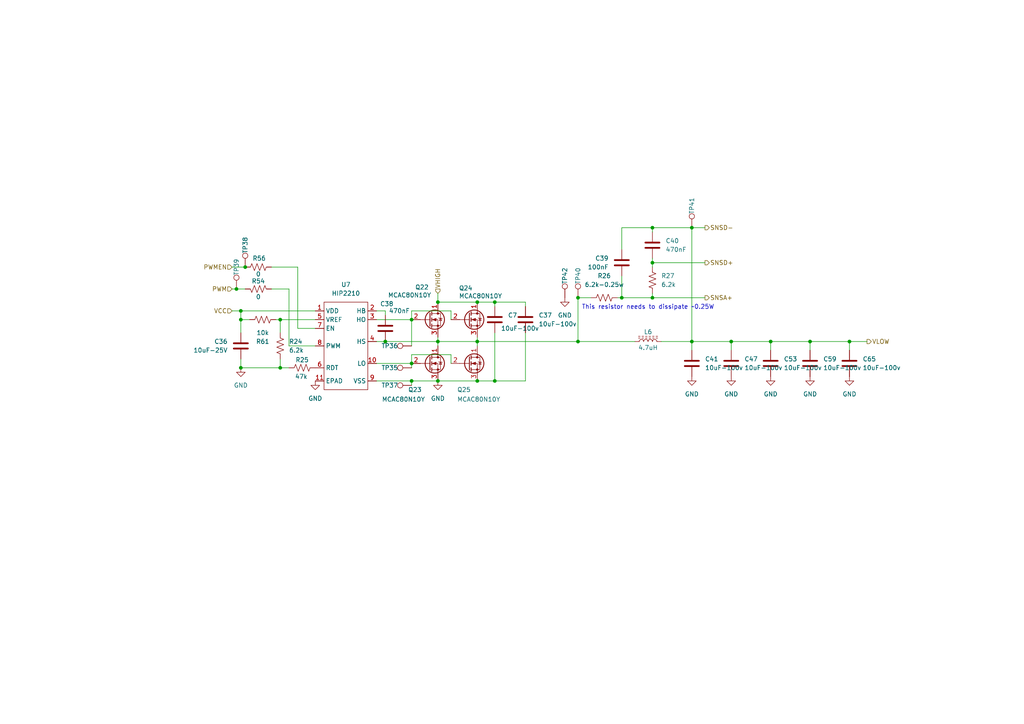
<source format=kicad_sch>
(kicad_sch (version 20231120) (generator "eeschema") (generator_version "8.0")
  (paper "A4")
  (lib_symbols
    (symbol "Connector:TestPoint" (pin_numbers hide) (pin_names (offset 0.762) hide)
      (property "Reference" "TP" (at 0 6.858 0))
      (property "Value" "TestPoint" (at 0 5.08 0))
      (symbol "TestPoint_0_1"
        (circle (center 0 3.302) (radius 0.762))
      )
      (symbol "TestPoint_1_1"
        (pin passive line (at 0 0 90) (length 2.54) (name "1") (number "1"))
      )
    )
    (symbol "Device:C" (pin_numbers hide) (pin_names (offset 0.254))
      (property "Reference" "C" (at 0.635 2.54 0))
      (property "Value" "C" (at 0.635 -2.54 0))
      (symbol "C_0_1"
        (polyline (pts (xy -2.032 -0.762) (xy 2.032 -0.762)) (stroke (width 0.508)))
        (polyline (pts (xy -2.032 0.762) (xy 2.032 0.762)) (stroke (width 0.508)))
      )
      (symbol "C_1_1"
        (pin passive line (at 0 3.81 270) (length 2.794) (name "~") (number "1"))
        (pin passive line (at 0 -3.81 90) (length 2.794) (name "~") (number "2"))
      )
    )
    (symbol "Device:L_Ferrite" (pin_numbers hide) (pin_names (offset 1.016) hide)
      (property "Reference" "L" (at -1.27 0 90))
      (property "Value" "L_Ferrite" (at 2.794 0 90))
      (symbol "L_Ferrite_0_1"
        (arc (start 0 -2.54) (mid 0.6323 -1.905) (end 0 -1.27))
        (arc (start 0 -1.27) (mid 0.6323 -0.635) (end 0 0))
        (polyline (pts (xy 1.016 -2.794) (xy 1.016 -2.286)))
        (polyline (pts (xy 1.016 -1.778) (xy 1.016 -1.27)))
        (polyline (pts (xy 1.016 -0.762) (xy 1.016 -0.254)))
        (polyline (pts (xy 1.016 0.254) (xy 1.016 0.762)))
        (polyline (pts (xy 1.016 1.27) (xy 1.016 1.778)))
        (polyline (pts (xy 1.016 2.286) (xy 1.016 2.794)))
        (polyline (pts (xy 1.524 -2.286) (xy 1.524 -2.794)))
        (polyline (pts (xy 1.524 -1.27) (xy 1.524 -1.778)))
        (polyline (pts (xy 1.524 -0.254) (xy 1.524 -0.762)))
        (polyline (pts (xy 1.524 0.762) (xy 1.524 0.254)))
        (polyline (pts (xy 1.524 1.778) (xy 1.524 1.27)))
        (polyline (pts (xy 1.524 2.794) (xy 1.524 2.286)))
        (arc (start 0 0) (mid 0.6323 0.635) (end 0 1.27))
        (arc (start 0 1.27) (mid 0.6323 1.905) (end 0 2.54))
      )
      (symbol "L_Ferrite_1_1"
        (pin passive line (at 0 3.81 270) (length 1.27) (name "1") (number "1"))
        (pin passive line (at 0 -3.81 90) (length 1.27) (name "2") (number "2"))
      )
    )
    (symbol "Device:R_US" (pin_numbers hide) (pin_names (offset 0))
      (property "Reference" "R" (at 2.54 0 90))
      (property "Value" "R_US" (at -2.54 0 90))
      (symbol "R_US_0_1"
        (polyline (pts (xy 0 -2.286) (xy 0 -2.54)))
        (polyline (pts (xy 0 2.286) (xy 0 2.54)))
        (polyline (pts (xy 0 -0.762) (xy 1.016 -1.143) (xy 0 -1.524) (xy -1.016 -1.905) (xy 0 -2.286)))
        (polyline (pts (xy 0 0.762) (xy 1.016 0.381) (xy 0 0) (xy -1.016 -0.381) (xy 0 -0.762)))
        (polyline (pts (xy 0 2.286) (xy 1.016 1.905) (xy 0 1.524) (xy -1.016 1.143) (xy 0 0.762)))
      )
      (symbol "R_US_1_1"
        (pin passive line (at 0 3.81 270) (length 1.27) (name "~") (number "1"))
        (pin passive line (at 0 -3.81 90) (length 1.27) (name "~") (number "2"))
      )
    )
    (symbol "GateDrivers:HIP2210"
      (property "Reference" "U?" (at -5.588 12.7 0))
      (property "Value" "HIP2210" (at 2.54 12.446 0))
      (symbol "HIP2210_0_1"
        (rectangle (start -6.35 11.43) (end 6.35 -13.97))
      )
      (symbol "HIP2210_1_1"
        (pin power_in line (at -8.89 8.89 0) (length 2.54) (name "VDD") (number "1"))
        (pin output line (at 8.89 -6.35 180) (length 2.54) (name "LO") (number "10"))
        (pin passive line (at -8.89 -11.43 0) (length 2.54) (name "EPAD") (number "11"))
        (pin output line (at 8.89 8.89 180) (length 2.54) (name "HB") (number "2"))
        (pin output line (at 8.89 6.35 180) (length 2.54) (name "HO") (number "3"))
        (pin input line (at 8.89 0 180) (length 2.54) (name "HS") (number "4"))
        (pin power_in line (at -8.89 6.35 0) (length 2.54) (name "VREF") (number "5"))
        (pin input line (at -8.89 -7.62 0) (length 2.54) (name "RDT") (number "6"))
        (pin input line (at -8.89 3.81 0) (length 2.54) (name "EN") (number "7"))
        (pin input line (at -8.89 -1.27 0) (length 2.54) (name "PWM") (number "8"))
        (pin input line (at 8.89 -11.43 180) (length 2.54) (name "VSS") (number "9"))
      )
    )
    (symbol "ProjectMosfets:MCAC80N10Y" (pin_names (offset 0) hide)
      (property "Reference" "Q" (at 5.08 1.27 0))
      (property "Value" "MCAC80N10Y" (at 5.08 -1.27 0))
      (symbol "MCAC80N10Y_0_1"
        (polyline (pts (xy 0.254 0) (xy -2.54 0)))
        (polyline (pts (xy 0.254 1.905) (xy 0.254 -1.905)) (stroke (width 0.254)))
        (polyline (pts (xy 0.762 -1.27) (xy 0.762 -2.286)) (stroke (width 0.254)))
        (polyline (pts (xy 0.762 0.508) (xy 0.762 -0.508)) (stroke (width 0.254)))
        (polyline (pts (xy 0.762 2.286) (xy 0.762 1.27)) (stroke (width 0.254)))
        (polyline (pts (xy 2.54 2.54) (xy 2.54 1.778)))
        (polyline (pts (xy 2.54 -2.54) (xy 2.54 0) (xy 0.762 0)))
        (polyline (pts (xy 0.762 -1.778) (xy 3.302 -1.778) (xy 3.302 1.778) (xy 0.762 1.778)))
        (polyline (pts (xy 1.016 0) (xy 2.032 0.381) (xy 2.032 -0.381) (xy 1.016 0)) (fill (type outline)))
        (polyline (pts (xy 2.794 0.508) (xy 2.921 0.381) (xy 3.683 0.381) (xy 3.81 0.254)))
        (polyline (pts (xy 3.302 0.381) (xy 2.921 -0.254) (xy 3.683 -0.254) (xy 3.302 0.381)))
        (circle (center 1.651 0) (radius 2.794) (stroke (width 0.254)))
        (circle (center 2.54 -1.778) (radius 0.254) (fill (type outline)))
        (circle (center 2.54 1.778) (radius 0.254) (fill (type outline)))
      )
      (symbol "MCAC80N10Y_1_1"
        (pin passive line (at 2.54 5.08 270) (length 2.54) (name "D") (number "1"))
        (pin input line (at -5.08 0 0) (length 2.54) (name "G") (number "2"))
        (pin passive line (at 2.54 -5.08 90) (length 2.54) (name "S") (number "3"))
      )
    )
    (symbol "power:GND" (power) (pin_names (offset 0))
      (property "Value" "GND" (at 0 -3.81 0))
      (symbol "GND_0_1"
        (polyline (pts (xy 0 0) (xy 0 -1.27) (xy 1.27 -1.27) (xy 0 -2.54) (xy -1.27 -1.27) (xy 0 -1.27)))
      )
      (symbol "GND_1_1"
        (pin power_in line (at 0 0 270) (length 0) hide (name "GND") (number "1"))
      )
    )
  )
  (junction (at 138.43 99.06))
  (junction (at 69.85 106.68))
  (junction (at 143.51 87.63))
  (junction (at 119.38 92.71))
  (junction (at 138.43 110.49))
  (junction (at 127 99.06))
  (junction (at 180.34 86.36))
  (junction (at 68.58 83.82))
  (junction (at 69.85 92.71))
  (junction (at 223.52 99.06))
  (junction (at 119.38 110.49))
  (junction (at 81.28 92.71))
  (junction (at 81.28 106.68))
  (junction (at 138.43 87.63))
  (junction (at 111.76 99.06))
  (junction (at 143.51 110.49))
  (junction (at 69.85 90.17))
  (junction (at 189.23 66.04))
  (junction (at 71.12 77.47))
  (junction (at 167.64 99.06))
  (junction (at 200.66 66.04))
  (junction (at 167.64 86.36))
  (junction (at 127 87.63))
  (junction (at 234.95 99.06))
  (junction (at 189.23 86.36))
  (junction (at 127 110.49))
  (junction (at 212.09 99.06))
  (junction (at 119.38 105.41))
  (junction (at 246.38 99.06))
  (junction (at 200.66 99.06))
  (junction (at 189.23 76.2))
  (wire (pts (xy 69.85 90.17) (xy 91.44 90.17)))
  (wire (pts (xy 67.31 83.82) (xy 68.58 83.82)))
  (wire (pts (xy 143.51 110.49) (xy 138.43 110.49)))
  (wire (pts (xy 212.09 99.06) (xy 212.09 101.6)))
  (wire (pts (xy 200.66 66.04) (xy 200.66 99.06)))
  (wire (pts (xy 138.43 97.79) (xy 138.43 99.06)))
  (wire (pts (xy 86.36 95.25) (xy 86.36 77.47)))
  (wire (pts (xy 67.31 90.17) (xy 69.85 90.17)))
  (wire (pts (xy 246.38 99.06) (xy 251.46 99.06)))
  (wire (pts (xy 127 87.63) (xy 138.43 87.63)))
  (wire (pts (xy 189.23 66.04) (xy 189.23 67.31)))
  (wire (pts (xy 180.34 86.36) (xy 189.23 86.36)))
  (wire (pts (xy 111.76 99.06) (xy 127 99.06)))
  (wire (pts (xy 111.76 90.17) (xy 111.76 91.44)))
  (wire (pts (xy 80.01 92.71) (xy 81.28 92.71)))
  (wire (pts (xy 189.23 86.36) (xy 204.47 86.36)))
  (wire (pts (xy 223.52 99.06) (xy 223.52 101.6)))
  (wire (pts (xy 200.66 66.04) (xy 189.23 66.04)))
  (wire (pts (xy 119.38 110.49) (xy 119.38 111.76)))
  (wire (pts (xy 234.95 99.06) (xy 234.95 101.6)))
  (wire (pts (xy 143.51 87.63) (xy 138.43 87.63)))
  (wire (pts (xy 127 99.06) (xy 127 100.33)))
  (wire (pts (xy 119.38 105.41) (xy 119.38 106.68)))
  (wire (pts (xy 119.38 92.71) (xy 119.38 100.33)))
  (wire (pts (xy 127 110.49) (xy 138.43 110.49)))
  (wire (pts (xy 171.45 86.36) (xy 167.64 86.36)))
  (wire (pts (xy 109.22 99.06) (xy 111.76 99.06)))
  (wire (pts (xy 109.22 105.41) (xy 119.38 105.41)))
  (wire (pts (xy 138.43 99.06) (xy 167.64 99.06)))
  (wire (pts (xy 130.81 92.71) (xy 130.81 90.17)))
  (wire (pts (xy 223.52 99.06) (xy 234.95 99.06)))
  (wire (pts (xy 68.58 83.82) (xy 71.12 83.82)))
  (wire (pts (xy 246.38 99.06) (xy 246.38 101.6)))
  (wire (pts (xy 152.4 87.63) (xy 143.51 87.63)))
  (wire (pts (xy 130.81 105.41) (xy 130.81 102.87)))
  (wire (pts (xy 81.28 92.71) (xy 81.28 96.52)))
  (wire (pts (xy 119.38 110.49) (xy 127 110.49)))
  (wire (pts (xy 152.4 88.9) (xy 152.4 87.63)))
  (wire (pts (xy 130.81 90.17) (xy 119.38 90.17)))
  (wire (pts (xy 69.85 92.71) (xy 72.39 92.71)))
  (wire (pts (xy 81.28 106.68) (xy 83.82 106.68)))
  (wire (pts (xy 167.64 86.36) (xy 167.64 99.06)))
  (wire (pts (xy 91.44 95.25) (xy 86.36 95.25)))
  (wire (pts (xy 143.51 96.52) (xy 143.51 110.49)))
  (wire (pts (xy 69.85 104.14) (xy 69.85 106.68)))
  (wire (pts (xy 138.43 99.06) (xy 138.43 100.33)))
  (wire (pts (xy 127 97.79) (xy 127 99.06)))
  (wire (pts (xy 109.22 110.49) (xy 119.38 110.49)))
  (wire (pts (xy 180.34 80.01) (xy 180.34 86.36)))
  (wire (pts (xy 180.34 66.04) (xy 180.34 72.39)))
  (wire (pts (xy 69.85 106.68) (xy 81.28 106.68)))
  (wire (pts (xy 143.51 88.9) (xy 143.51 87.63)))
  (wire (pts (xy 200.66 99.06) (xy 200.66 101.6)))
  (wire (pts (xy 152.4 96.52) (xy 152.4 110.49)))
  (wire (pts (xy 69.85 92.71) (xy 69.85 96.52)))
  (wire (pts (xy 78.74 83.82) (xy 83.82 83.82)))
  (wire (pts (xy 189.23 66.04) (xy 180.34 66.04)))
  (wire (pts (xy 83.82 100.33) (xy 91.44 100.33)))
  (wire (pts (xy 127 85.09) (xy 127 87.63)))
  (wire (pts (xy 69.85 90.17) (xy 69.85 92.71)))
  (wire (pts (xy 167.64 99.06) (xy 184.15 99.06)))
  (wire (pts (xy 78.74 77.47) (xy 86.36 77.47)))
  (wire (pts (xy 189.23 85.09) (xy 189.23 86.36)))
  (wire (pts (xy 119.38 90.17) (xy 119.38 92.71)))
  (wire (pts (xy 234.95 99.06) (xy 246.38 99.06)))
  (wire (pts (xy 119.38 102.87) (xy 119.38 105.41)))
  (wire (pts (xy 200.66 99.06) (xy 212.09 99.06)))
  (wire (pts (xy 204.47 66.04) (xy 200.66 66.04)))
  (wire (pts (xy 191.77 99.06) (xy 200.66 99.06)))
  (wire (pts (xy 127 99.06) (xy 138.43 99.06)))
  (wire (pts (xy 189.23 76.2) (xy 189.23 77.47)))
  (wire (pts (xy 179.07 86.36) (xy 180.34 86.36)))
  (wire (pts (xy 189.23 76.2) (xy 204.47 76.2)))
  (wire (pts (xy 109.22 90.17) (xy 111.76 90.17)))
  (wire (pts (xy 81.28 104.14) (xy 81.28 106.68)))
  (wire (pts (xy 83.82 83.82) (xy 83.82 100.33)))
  (wire (pts (xy 81.28 92.71) (xy 91.44 92.71)))
  (wire (pts (xy 109.22 92.71) (xy 119.38 92.71)))
  (wire (pts (xy 212.09 99.06) (xy 223.52 99.06)))
  (wire (pts (xy 152.4 110.49) (xy 143.51 110.49)))
  (wire (pts (xy 67.31 77.47) (xy 71.12 77.47)))
  (wire (pts (xy 189.23 74.93) (xy 189.23 76.2)))
  (wire (pts (xy 130.81 102.87) (xy 119.38 102.87)))
  (text "This resistor needs to dissipate ~0.25W" (at 187.96 89.154 0) (effects (font (size 1.27 1.27))))
  (hierarchical_label "VCC" (shape input) (at 67.31 90.17 180))
  (hierarchical_label "PWM" (shape input) (at 67.31 83.82 180))
  (hierarchical_label "SNSA+" (shape output) (at 204.47 86.36 0))
  (hierarchical_label "SNSD-" (shape output) (at 204.47 66.04 0))
  (hierarchical_label "SNSD+" (shape output) (at 204.47 76.2 0))
  (hierarchical_label "PWMEN" (shape input) (at 67.31 77.47 180))
  (hierarchical_label "VLOW" (shape output) (at 251.46 99.06 0))
  (hierarchical_label "VHIGH" (shape input) (at 127 85.09 90))
  (symbol (lib_id "Device:R_US") (at 87.63 106.68 90) (unit 1)
    (property "Reference" "R25" (at 87.63 104.394 90))
    (property "Value" "47k" (at 87.376 109.22 90))
    (property "Footprint" "Resistor_SMD:R_0603_1608Metric" (effects (hide yes)))
    (property "Description" "Resistor, US symbol" (effects (hide yes)))
    (property "Digikey" "N/A" (effects (hide yes)))
    (property "LCSC" "C25819" (effects (hide yes)))
  )
  (symbol (lib_id "Device:C") (at 180.34 76.2 0) (mirror y) (unit 1)
    (property "Reference" "C39" (at 176.53 74.9299 0) (effects (justify left)))
    (property "Value" "100nF" (at 176.53 77.4699 0) (effects (justify left)))
    (property "Footprint" "Capacitor_SMD:C_0603_1608Metric" (effects (hide yes)))
    (property "Description" "Unpolarized capacitor" (effects (hide yes)))
    (property "LCSC" "C14663" (effects (hide yes)))
    (property "Digikey" "N/A" (effects (hide yes)))
  )
  (symbol (lib_id "Device:C") (at 143.51 92.71 0) (unit 1)
    (property "Reference" "C7" (at 147.32 91.4399 0) (effects (justify left)))
    (property "Value" "10uF-100v" (at 145.288 95.25 0) (effects (justify left)))
    (property "Footprint" "Capacitor_SMD:C_1210_3225Metric_Pad1.33x2.70mm_HandSolder" (effects (hide yes)))
    (property "Description" "Unpolarized capacitor" (effects (hide yes)))
    (property "Digikey" "445-CGA6P1X7R1N106M250ACCT-ND" (effects (hide yes)))
    (property "LCSC" "C576517" (effects (hide yes)))
  )
  (symbol (lib_id "Device:C") (at 223.52 105.41 0) (unit 1)
    (property "Reference" "C53" (at 227.33 104.1399 0) (effects (justify left)))
    (property "Value" "10uF-100v" (at 227.33 106.6799 0) (effects (justify left)))
    (property "Footprint" "Capacitor_SMD:C_1210_3225Metric_Pad1.33x2.70mm_HandSolder" (effects (hide yes)))
    (property "Description" "Unpolarized capacitor" (effects (hide yes)))
    (property "Digikey" "445-CGA6P1X7R1N106M250ACCT-ND" (effects (hide yes)))
    (property "LCSC" "C576517" (effects (hide yes)))
  )
  (symbol (lib_id "Device:L_Ferrite") (at 187.96 99.06 90) (unit 1)
    (property "Reference" "L6" (at 187.96 96.266 90))
    (property "Value" "4.7uH" (at 187.96 100.838 90))
    (property "Footprint" "Inductors:Bournes_L_PQ2614BLA" (effects (hide yes)))
    (property "Description" "Inductor with ferrite core" (effects (hide yes)))
    (property "Digikey" "PQ2614BLA-3R3K-ND" (effects (hide yes)))
    (property "LCSC" "N/A" (effects (hide yes)))
  )
  (symbol (lib_id "power:GND") (at 163.83 86.36 0) (unit 1)
    (property "Reference" "#PWR0134" (effects (hide yes)))
    (property "Value" "GND" (at 163.83 91.44 0))
    (property "Description" "Power symbol creates a global label with name \"GND\" , ground" (effects (hide yes)))
  )
  (symbol (lib_id "Connector:TestPoint") (at 200.66 66.04 0) (unit 1)
    (property "Reference" "TP41" (at 200.66 59.69 90))
    (property "Value" "TestPoint" (effects (hide yes)))
    (property "Footprint" "TestPoint:TestPoint_Pad_D1.0mm" (effects (hide yes)))
    (property "Description" "test point" (effects (hide yes)))
    (property "LCSC" "N/A" (effects (hide yes)))
  )
  (symbol (lib_id "Device:C") (at 69.85 100.33 0) (mirror y) (unit 1)
    (property "Reference" "C36" (at 66.04 99.0599 0) (effects (justify left)))
    (property "Value" "10uF-25V" (at 66.04 101.5999 0) (effects (justify left)))
    (property "Footprint" "Capacitor_SMD:C_0603_1608Metric" (effects (hide yes)))
    (property "Description" "Unpolarized capacitor" (effects (hide yes)))
    (property "Digikey" "N/A" (effects (hide yes)))
    (property "LCSC" "C96446" (effects (hide yes)))
  )
  (symbol (lib_id "power:GND") (at 212.09 109.22 0) (unit 1)
    (property "Reference" "#PWR073" (effects (hide yes)))
    (property "Value" "GND" (at 212.09 114.3 0))
    (property "Description" "Power symbol creates a global label with name \"GND\" , ground" (effects (hide yes)))
  )
  (symbol (lib_id "Device:C") (at 152.4 92.71 0) (unit 1)
    (property "Reference" "C37" (at 156.21 91.4399 0) (effects (justify left)))
    (property "Value" "10uF-100v" (at 156.21 93.9799 0) (effects (justify left)))
    (property "Footprint" "Capacitor_SMD:C_1210_3225Metric_Pad1.33x2.70mm_HandSolder" (effects (hide yes)))
    (property "Description" "Unpolarized capacitor" (effects (hide yes)))
    (property "Digikey" "445-CGA6P1X7R1N106M250ACCT-ND" (effects (hide yes)))
    (property "LCSC" "C576517" (effects (hide yes)))
  )
  (symbol (lib_id "Connector:TestPoint") (at 119.38 106.68 90) (unit 1)
    (property "Reference" "TP35" (at 113.03 106.68 90))
    (property "Value" "TestPoint" (effects (hide yes)))
    (property "Footprint" "TestPoint:TestPoint_Pad_D1.0mm" (effects (hide yes)))
    (property "Description" "test point" (effects (hide yes)))
    (property "LCSC" "N/A" (effects (hide yes)))
  )
  (symbol (lib_id "Connector:TestPoint") (at 163.83 86.36 0) (unit 1)
    (property "Reference" "TP42" (at 163.83 80.01 90))
    (property "Value" "TestPoint" (effects (hide yes)))
    (property "Footprint" "TestPoint:TestPoint_Pad_D1.0mm" (effects (hide yes)))
    (property "Description" "test point" (effects (hide yes)))
    (property "LCSC" "N/A" (effects (hide yes)))
  )
  (symbol (lib_id "power:GND") (at 91.44 110.49 0) (unit 1)
    (property "Reference" "#PWR065" (effects (hide yes)))
    (property "Value" "GND" (at 91.44 115.57 0))
    (property "Description" "Power symbol creates a global label with name \"GND\" , ground" (effects (hide yes)))
  )
  (symbol (lib_id "power:GND") (at 246.38 109.22 0) (unit 1)
    (property "Reference" "#PWR091" (effects (hide yes)))
    (property "Value" "GND" (at 246.38 114.3 0))
    (property "Description" "Power symbol creates a global label with name \"GND\" , ground" (effects (hide yes)))
  )
  (symbol (lib_id "Device:R_US") (at 189.23 81.28 0) (unit 1)
    (property "Reference" "R27" (at 191.77 80.0099 0) (effects (justify left)))
    (property "Value" "6.2k" (at 191.77 82.5499 0) (effects (justify left)))
    (property "Footprint" "Resistor_SMD:R_0603_1608Metric" (effects (hide yes)))
    (property "Description" "Resistor, US symbol" (effects (hide yes)))
    (property "Digikey" "N/A" (effects (hide yes)))
    (property "LCSC" "C4260" (effects (hide yes)))
  )
  (symbol (lib_id "ProjectMosfets:MCAC80N10Y") (at 124.46 105.41 0) (unit 1)
    (property "Reference" "Q23" (at 118.364 113.03 0) (effects (justify left)))
    (property "Value" "MCAC80N10Y" (at 110.744 115.824 0) (effects (justify left)))
    (property "Footprint" "Mosfets:TRANS_BSC076N06NS3-G" (effects (hide yes)))
    (property "Datasheet" "https://www.mccsemi.com/pdf/Products/MCAC80N10Y(DFN5060).pdf" (effects (hide yes)))
    (property "Description" "N-MOSFET transistor, drain/gate/source" (effects (hide yes)))
    (property "Digikey" "353-MCAC80N10Y-TPCT-ND" (effects (hide yes)))
    (property "LCSC" "N/A" (effects (hide yes)))
    (property "DigiKey" "353-MCAC80N10Y-TPCT-ND" (effects (hide yes)))
  )
  (symbol (lib_id "Device:C") (at 212.09 105.41 0) (unit 1)
    (property "Reference" "C47" (at 215.9 104.1399 0) (effects (justify left)))
    (property "Value" "10uF-100v" (at 215.9 106.6799 0) (effects (justify left)))
    (property "Footprint" "Capacitor_SMD:C_1210_3225Metric_Pad1.33x2.70mm_HandSolder" (effects (hide yes)))
    (property "Description" "Unpolarized capacitor" (effects (hide yes)))
    (property "Digikey" "445-CGA6P1X7R1N106M250ACCT-ND" (effects (hide yes)))
    (property "LCSC" "C576517" (effects (hide yes)))
  )
  (symbol (lib_id "Device:R_US") (at 81.28 100.33 0) (unit 1)
    (property "Reference" "R24" (at 83.82 99.0599 0) (effects (justify left)))
    (property "Value" "6.2k" (at 83.82 101.5999 0) (effects (justify left)))
    (property "Footprint" "Resistor_SMD:R_0603_1608Metric" (effects (hide yes)))
    (property "Description" "Resistor, US symbol" (effects (hide yes)))
    (property "Digikey" "N/A" (effects (hide yes)))
    (property "LCSC" "C4260" (effects (hide yes)))
  )
  (symbol (lib_id "Connector:TestPoint") (at 71.12 77.47 0) (unit 1)
    (property "Reference" "TP38" (at 71.12 71.12 90))
    (property "Value" "TestPoint" (effects (hide yes)))
    (property "Footprint" "TestPoint:TestPoint_Pad_D1.0mm" (effects (hide yes)))
    (property "Description" "test point" (effects (hide yes)))
    (property "LCSC" "N/A" (effects (hide yes)))
  )
  (symbol (lib_id "Device:R_US") (at 74.93 77.47 270) (unit 1)
    (property "Reference" "R56" (at 75.184 74.93 90))
    (property "Value" "0" (at 74.93 79.502 90))
    (property "Footprint" "Resistor_SMD:R_0603_1608Metric" (effects (hide yes)))
    (property "Description" "Resistor, US symbol" (effects (hide yes)))
    (property "Digikey" "N/A" (effects (hide yes)))
    (property "LCSC" "C21189" (effects (hide yes)))
  )
  (symbol (lib_id "ProjectMosfets:MCAC80N10Y") (at 124.46 92.71 0) (unit 1)
    (property "Reference" "Q22" (at 120.396 83.312 0) (effects (justify left)))
    (property "Value" "MCAC80N10Y" (at 112.522 85.598 0) (effects (justify left)))
    (property "Footprint" "Mosfets:TRANS_BSC076N06NS3-G" (effects (hide yes)))
    (property "Datasheet" "https://www.mccsemi.com/pdf/Products/MCAC80N10Y(DFN5060).pdf" (effects (hide yes)))
    (property "Description" "N-MOSFET transistor, drain/gate/source" (effects (hide yes)))
    (property "Digikey" "353-MCAC80N10Y-TPCT-ND" (effects (hide yes)))
    (property "LCSC" "N/A" (effects (hide yes)))
    (property "DigiKey" "353-MCAC80N10Y-TPCT-ND" (effects (hide yes)))
  )
  (symbol (lib_id "Device:C") (at 200.66 105.41 0) (unit 1)
    (property "Reference" "C41" (at 204.47 104.1399 0) (effects (justify left)))
    (property "Value" "10uF-100v" (at 204.47 106.6799 0) (effects (justify left)))
    (property "Footprint" "Capacitor_SMD:C_1210_3225Metric_Pad1.33x2.70mm_HandSolder" (effects (hide yes)))
    (property "Description" "Unpolarized capacitor" (effects (hide yes)))
    (property "Digikey" "445-CGA6P1X7R1N106M250ACCT-ND" (effects (hide yes)))
    (property "LCSC" "C576517" (effects (hide yes)))
  )
  (symbol (lib_id "Device:C") (at 111.76 95.25 0) (unit 1)
    (property "Reference" "C38" (at 110.236 88.138 0) (effects (justify left)))
    (property "Value" "470nF" (at 112.776 90.17 0) (effects (justify left)))
    (property "Footprint" "Capacitor_SMD:C_0603_1608Metric" (effects (hide yes)))
    (property "Description" "Unpolarized capacitor" (effects (hide yes)))
    (property "Digikey" "N/A" (effects (hide yes)))
    (property "LCSC" "C1623" (effects (hide yes)))
  )
  (symbol (lib_id "Connector:TestPoint") (at 167.64 86.36 0) (unit 1)
    (property "Reference" "TP40" (at 167.64 80.01 90))
    (property "Value" "TestPoint" (effects (hide yes)))
    (property "Footprint" "TestPoint:TestPoint_Pad_D1.0mm" (effects (hide yes)))
    (property "Description" "test point" (effects (hide yes)))
    (property "LCSC" "N/A" (effects (hide yes)))
  )
  (symbol (lib_id "power:GND") (at 234.95 109.22 0) (unit 1)
    (property "Reference" "#PWR085" (effects (hide yes)))
    (property "Value" "GND" (at 234.95 114.3 0))
    (property "Description" "Power symbol creates a global label with name \"GND\" , ground" (effects (hide yes)))
  )
  (symbol (lib_id "Connector:TestPoint") (at 119.38 100.33 90) (unit 1)
    (property "Reference" "TP36" (at 113.03 100.33 90))
    (property "Value" "TestPoint" (effects (hide yes)))
    (property "Footprint" "TestPoint:TestPoint_Pad_D1.0mm" (effects (hide yes)))
    (property "Description" "test point" (effects (hide yes)))
    (property "LCSC" "N/A" (effects (hide yes)))
  )
  (symbol (lib_id "Device:C") (at 189.23 71.12 0) (unit 1)
    (property "Reference" "C40" (at 193.04 69.8499 0) (effects (justify left)))
    (property "Value" "470nF" (at 193.04 72.3899 0) (effects (justify left)))
    (property "Footprint" "Capacitor_SMD:C_0603_1608Metric" (effects (hide yes)))
    (property "Description" "Unpolarized capacitor" (effects (hide yes)))
    (property "Digikey" "N/A" (effects (hide yes)))
    (property "LCSC" "C1623" (effects (hide yes)))
  )
  (symbol (lib_id "power:GND") (at 200.66 109.22 0) (unit 1)
    (property "Reference" "#PWR067" (effects (hide yes)))
    (property "Value" "GND" (at 200.66 114.3 0))
    (property "Description" "Power symbol creates a global label with name \"GND\" , ground" (effects (hide yes)))
  )
  (symbol (lib_id "ProjectMosfets:MCAC80N10Y") (at 135.89 92.71 0) (unit 1)
    (property "Reference" "Q24" (at 133.096 83.566 0) (effects (justify left)))
    (property "Value" "MCAC80N10Y" (at 133.096 85.852 0) (effects (justify left)))
    (property "Footprint" "Mosfets:TRANS_BSC076N06NS3-G" (effects (hide yes)))
    (property "Datasheet" "https://www.mccsemi.com/pdf/Products/MCAC80N10Y(DFN5060).pdf" (effects (hide yes)))
    (property "Description" "N-MOSFET transistor, drain/gate/source" (effects (hide yes)))
    (property "Digikey" "353-MCAC80N10Y-TPCT-ND" (effects (hide yes)))
    (property "LCSC" "N/A" (effects (hide yes)))
    (property "DigiKey" "353-MCAC80N10Y-TPCT-ND" (effects (hide yes)))
  )
  (symbol (lib_id "Device:R_US") (at 175.26 86.36 90) (unit 1)
    (property "Reference" "R26" (at 175.26 80.01 90))
    (property "Value" "6.2k-0.25w" (at 175.26 82.55 90))
    (property "Footprint" "Resistor_SMD:R_1206_3216Metric_Pad1.30x1.75mm_HandSolder" (effects (hide yes)))
    (property "Description" "Resistor, US symbol" (effects (hide yes)))
    (property "Digikey" "311-6.20KFRCT-ND" (effects (hide yes)))
    (property "LCSC" "C3017007" (effects (hide yes)))
  )
  (symbol (lib_id "Connector:TestPoint") (at 68.58 83.82 0) (unit 1)
    (property "Reference" "TP39" (at 68.58 77.47 90))
    (property "Value" "TestPoint" (effects (hide yes)))
    (property "Footprint" "TestPoint:TestPoint_Pad_D1.0mm" (effects (hide yes)))
    (property "Description" "test point" (effects (hide yes)))
    (property "LCSC" "N/A" (effects (hide yes)))
  )
  (symbol (lib_id "power:GND") (at 223.52 109.22 0) (unit 1)
    (property "Reference" "#PWR079" (effects (hide yes)))
    (property "Value" "GND" (at 223.52 114.3 0))
    (property "Description" "Power symbol creates a global label with name \"GND\" , ground" (effects (hide yes)))
  )
  (symbol (lib_id "ProjectMosfets:MCAC80N10Y") (at 135.89 105.41 0) (unit 1)
    (property "Reference" "Q25" (at 132.588 113.03 0) (effects (justify left)))
    (property "Value" "MCAC80N10Y" (at 132.588 115.824 0) (effects (justify left)))
    (property "Footprint" "Mosfets:TRANS_BSC076N06NS3-G" (effects (hide yes)))
    (property "Datasheet" "https://www.mccsemi.com/pdf/Products/MCAC80N10Y(DFN5060).pdf" (effects (hide yes)))
    (property "Description" "N-MOSFET transistor, drain/gate/source" (effects (hide yes)))
    (property "Digikey" "353-MCAC80N10Y-TPCT-ND" (effects (hide yes)))
    (property "LCSC" "N/A" (effects (hide yes)))
    (property "DigiKey" "353-MCAC80N10Y-TPCT-ND" (effects (hide yes)))
  )
  (symbol (lib_id "Device:C") (at 234.95 105.41 0) (unit 1)
    (property "Reference" "C59" (at 238.76 104.1399 0) (effects (justify left)))
    (property "Value" "10uF-100v" (at 238.76 106.6799 0) (effects (justify left)))
    (property "Footprint" "Capacitor_SMD:C_1210_3225Metric_Pad1.33x2.70mm_HandSolder" (effects (hide yes)))
    (property "Description" "Unpolarized capacitor" (effects (hide yes)))
    (property "Digikey" "445-CGA6P1X7R1N106M250ACCT-ND" (effects (hide yes)))
    (property "LCSC" "C576517" (effects (hide yes)))
  )
  (symbol (lib_id "Connector:TestPoint") (at 119.38 111.76 90) (unit 1)
    (property "Reference" "TP37" (at 113.03 111.76 90))
    (property "Value" "TestPoint" (effects (hide yes)))
    (property "Footprint" "TestPoint:TestPoint_Pad_D1.0mm" (effects (hide yes)))
    (property "Description" "test point" (effects (hide yes)))
    (property "LCSC" "N/A" (effects (hide yes)))
  )
  (symbol (lib_id "power:GND") (at 69.85 106.68 0) (unit 1)
    (property "Reference" "#PWR064" (effects (hide yes)))
    (property "Value" "GND" (at 69.85 111.76 0))
    (property "Description" "Power symbol creates a global label with name \"GND\" , ground" (effects (hide yes)))
  )
  (symbol (lib_id "power:GND") (at 127 110.49 0) (unit 1)
    (property "Reference" "#PWR066" (effects (hide yes)))
    (property "Value" "GND" (at 127 115.57 0))
    (property "Description" "Power symbol creates a global label with name \"GND\" , ground" (effects (hide yes)))
  )
  (symbol (lib_id "Device:R_US") (at 76.2 92.71 90) (unit 1)
    (property "Reference" "R61" (at 76.2 99.06 90))
    (property "Value" "10k" (at 76.2 96.52 90))
    (property "Footprint" "Resistor_SMD:R_0603_1608Metric" (effects (hide yes)))
    (property "Description" "Resistor, US symbol" (effects (hide yes)))
    (property "LCSC" "C25804" (effects (hide yes)))
    (property "Digikey" "N/A" (effects (hide yes)))
  )
  (symbol (lib_id "Device:C") (at 246.38 105.41 0) (unit 1)
    (property "Reference" "C65" (at 250.19 104.1399 0) (effects (justify left)))
    (property "Value" "10uF-100v" (at 250.19 106.6799 0) (effects (justify left)))
    (property "Footprint" "Capacitor_SMD:C_1210_3225Metric_Pad1.33x2.70mm_HandSolder" (effects (hide yes)))
    (property "Description" "Unpolarized capacitor" (effects (hide yes)))
    (property "Digikey" "445-CGA6P1X7R1N106M250ACCT-ND" (effects (hide yes)))
    (property "LCSC" "C576517" (effects (hide yes)))
  )
  (symbol (lib_id "GateDrivers:HIP2210") (at 100.33 99.06 0) (unit 1)
    (property "Reference" "U7" (at 100.33 82.55 0))
    (property "Value" "HIP2210" (at 100.33 85.09 0))
    (property "Footprint" "DFN:TDFN-10-1EP_4x4mm_P0.8mm_EP2.6x3mm" (effects (hide yes)))
    (property "Datasheet" "https://www.renesas.com/us/en/document/dst/hip2210-hip2211-datasheet?r=1320376" (effects (hide yes)))
    (property "Digikey" "20-HIP2210FRTZ-TCT-ND" (effects (hide yes)))
    (property "LCSC" "N/A" (effects (hide yes)))
  )
  (symbol (lib_id "Device:R_US") (at 74.93 83.82 270) (mirror x) (unit 1)
    (property "Reference" "R54" (at 74.93 81.534 90))
    (property "Value" "0" (at 74.93 86.106 90))
    (property "Footprint" "Resistor_SMD:R_0603_1608Metric" (effects (hide yes)))
    (property "Description" "Resistor, US symbol" (effects (hide yes)))
    (property "Digikey" "N/A" (effects (hide yes)))
    (property "LCSC" "C21189" (effects (hide yes)))
  )
)
</source>
